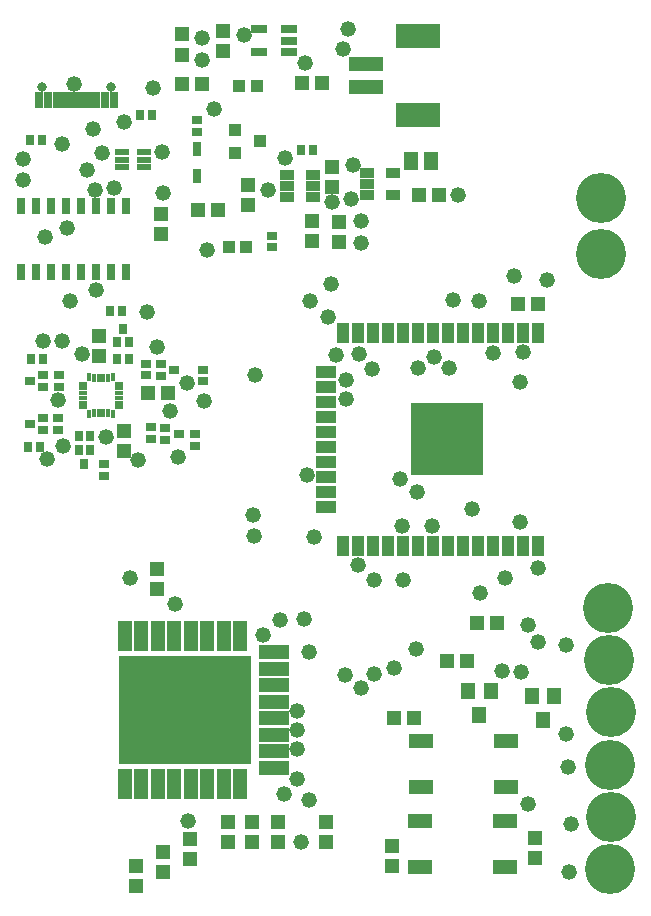
<source format=gbr>
G04 EAGLE Gerber RS-274X export*
G75*
%MOMM*%
%FSLAX34Y34*%
%LPD*%
%INSoldermask Top*%
%IPPOS*%
%AMOC8*
5,1,8,0,0,1.08239X$1,22.5*%
G01*
%ADD10R,1.219200X1.346200*%
%ADD11R,0.853200X0.663200*%
%ADD12R,1.103200X1.003200*%
%ADD13R,0.453200X0.698200*%
%ADD14R,0.453200X0.803200*%
%ADD15R,0.698200X0.453200*%
%ADD16R,0.803200X0.453200*%
%ADD17R,0.453000X0.104000*%
%ADD18R,0.104000X0.453000*%
%ADD19R,1.403200X0.753200*%
%ADD20R,1.103200X1.703200*%
%ADD21R,1.703200X1.103200*%
%ADD22R,6.203200X6.203200*%
%ADD23R,0.803200X1.403200*%
%ADD24R,0.903200X0.803200*%
%ADD25R,0.803200X0.903200*%
%ADD26R,0.663200X0.853200*%
%ADD27R,1.203200X1.303200*%
%ADD28R,1.303200X1.203200*%
%ADD29R,1.253200X0.603200*%
%ADD30R,2.103200X1.203200*%
%ADD31R,1.203200X1.553200*%
%ADD32R,1.263200X0.853200*%
%ADD33R,3.703194X2.003197*%
%ADD34R,2.903194X1.203197*%
%ADD35R,1.003200X1.003200*%
%ADD36R,2.653200X1.203200*%
%ADD37R,1.203200X2.653200*%
%ADD38R,11.203200X9.203200*%
%ADD39C,4.235200*%
%ADD40R,0.503200X1.343200*%
%ADD41R,0.703200X1.343200*%
%ADD42R,0.703200X1.353200*%
%ADD43C,0.803200*%
%ADD44R,0.703200X1.253200*%
%ADD45C,1.320800*%


D10*
X412360Y162430D03*
X402860Y182750D03*
X421860Y182750D03*
D11*
X42926Y439924D03*
X42926Y449924D03*
X31426Y444924D03*
D12*
X205646Y657454D03*
X205646Y638454D03*
X226646Y647954D03*
D10*
X466208Y158366D03*
X456708Y178686D03*
X475708Y178686D03*
D13*
X81870Y417207D03*
D14*
X85870Y417732D03*
X89870Y417732D03*
X93870Y417732D03*
X97870Y417732D03*
D13*
X101870Y417207D03*
D15*
X107395Y422732D03*
D16*
X106870Y426732D03*
X106870Y430732D03*
X106870Y434732D03*
X106870Y438732D03*
D15*
X107395Y442732D03*
D13*
X101870Y448257D03*
D14*
X97870Y447732D03*
X93870Y447732D03*
X89870Y447732D03*
X85870Y447732D03*
D13*
X81870Y448257D03*
D15*
X76345Y442732D03*
D16*
X76870Y438732D03*
X76870Y434732D03*
X76870Y430732D03*
X76870Y426732D03*
D15*
X76345Y422732D03*
D17*
X81875Y421222D03*
D18*
X103380Y422737D03*
D17*
X101865Y444242D03*
D18*
X80360Y442727D03*
X80360Y422737D03*
D17*
X101865Y421222D03*
D18*
X103380Y442727D03*
D17*
X81875Y444242D03*
D19*
X251507Y723798D03*
X251507Y733298D03*
X251507Y742798D03*
X225505Y742798D03*
X225505Y723798D03*
D20*
X462238Y485722D03*
X449538Y485722D03*
X436838Y485722D03*
X424138Y485722D03*
X411438Y485722D03*
X398738Y485722D03*
X386038Y485722D03*
X373338Y485722D03*
X360638Y485722D03*
X347938Y485722D03*
X335238Y485722D03*
X322538Y485722D03*
X309838Y485722D03*
X297138Y485722D03*
D21*
X282238Y452872D03*
X282238Y440172D03*
X282238Y427472D03*
X282238Y414772D03*
X282238Y402072D03*
X282238Y389372D03*
X282238Y376672D03*
X282238Y363972D03*
X282238Y351272D03*
X282238Y338572D03*
D20*
X297138Y305722D03*
X309838Y305722D03*
X322538Y305722D03*
X335238Y305722D03*
X347938Y305722D03*
X360638Y305722D03*
X373338Y305722D03*
X386038Y305722D03*
X398738Y305722D03*
X411438Y305722D03*
X424138Y305722D03*
X436838Y305722D03*
X449538Y305722D03*
X462238Y305722D03*
D22*
X385238Y395722D03*
D23*
X113246Y593098D03*
X100546Y593098D03*
X87846Y593098D03*
X75146Y593098D03*
X62446Y593098D03*
X49746Y593098D03*
X37046Y593098D03*
X24346Y593098D03*
X24346Y537098D03*
X37046Y537098D03*
X49746Y537098D03*
X62446Y537098D03*
X75146Y537098D03*
X87846Y537098D03*
X100546Y537098D03*
X113246Y537098D03*
D24*
X56564Y450178D03*
X56564Y440178D03*
D25*
X32768Y463720D03*
X42768Y463720D03*
D11*
X146402Y405474D03*
X146402Y395474D03*
X157902Y400474D03*
D24*
X134034Y395728D03*
X134034Y405728D03*
X171118Y399886D03*
X171118Y389886D03*
D26*
X82900Y386328D03*
X72900Y386328D03*
X77900Y374828D03*
D25*
X72900Y398188D03*
X82900Y398188D03*
D24*
X94410Y374994D03*
X94410Y364994D03*
D11*
X43180Y403856D03*
X43180Y413856D03*
X31680Y408856D03*
D24*
X55294Y413856D03*
X55294Y403856D03*
D25*
X30482Y389044D03*
X40482Y389044D03*
D11*
X142592Y459576D03*
X142592Y449576D03*
X154092Y454576D03*
D24*
X130224Y449830D03*
X130224Y459830D03*
X178484Y454750D03*
X178484Y444750D03*
D26*
X105666Y477866D03*
X115666Y477866D03*
X110666Y489366D03*
D25*
X115666Y463466D03*
X105666Y463466D03*
X109824Y504360D03*
X99824Y504360D03*
D27*
X410346Y240538D03*
X427346Y240538D03*
X384692Y208026D03*
X401692Y208026D03*
D28*
X195326Y741290D03*
X195326Y724290D03*
D24*
X173482Y666162D03*
X173482Y656162D03*
X236384Y558188D03*
X236384Y568188D03*
D27*
X340360Y159382D03*
X357360Y159382D03*
D28*
X338706Y51308D03*
X338706Y34308D03*
D27*
X142494Y569858D03*
X142494Y586858D03*
X160274Y721496D03*
X160274Y738496D03*
D28*
X279264Y696976D03*
X262264Y696976D03*
D29*
X109522Y639092D03*
X109522Y632592D03*
X109522Y626092D03*
X128522Y626092D03*
X128522Y632592D03*
X128522Y639092D03*
D27*
X459362Y41148D03*
X459362Y58148D03*
D30*
X433900Y33462D03*
X433900Y72462D03*
X361900Y72462D03*
X361900Y33462D03*
X362644Y140274D03*
X362644Y101274D03*
X434644Y101274D03*
X434644Y140274D03*
D31*
X354212Y630936D03*
X371212Y630936D03*
D32*
X339168Y602132D03*
X339168Y621132D03*
X317168Y621132D03*
X317168Y611632D03*
X317168Y602132D03*
D28*
X361324Y602488D03*
X378324Y602488D03*
X191126Y589534D03*
X174126Y589534D03*
D27*
X293116Y580000D03*
X293116Y563000D03*
X270764Y580762D03*
X270764Y563762D03*
D32*
X271350Y600862D03*
X271350Y619862D03*
X249350Y619862D03*
X249350Y610362D03*
X249350Y600862D03*
X271350Y610362D03*
D25*
X261446Y640842D03*
X271446Y640842D03*
D27*
X216662Y611242D03*
X216662Y594242D03*
X287782Y626228D03*
X287782Y609228D03*
X177410Y696468D03*
X160410Y696468D03*
D33*
X360578Y737080D03*
X360578Y670080D03*
D34*
X316078Y713580D03*
X316078Y693580D03*
D35*
X208908Y694690D03*
X223908Y694690D03*
X215018Y558292D03*
X200018Y558292D03*
D36*
X238030Y131542D03*
X238030Y117542D03*
X238030Y145542D03*
X238030Y159542D03*
X238030Y173542D03*
X238030Y187542D03*
X238030Y201542D03*
X238030Y215542D03*
D37*
X210030Y103542D03*
X196030Y103542D03*
X182030Y103542D03*
X168030Y103542D03*
X154030Y103542D03*
X140030Y103542D03*
X210030Y229542D03*
X196030Y229542D03*
X182030Y229542D03*
X168030Y229542D03*
X154030Y229542D03*
X126030Y229542D03*
X140030Y229542D03*
X126030Y103542D03*
X112030Y103542D03*
X112030Y229542D03*
D38*
X163030Y166542D03*
D27*
X282180Y71862D03*
X282180Y54862D03*
X241554Y71492D03*
X241554Y54492D03*
X219964Y72000D03*
X219964Y55000D03*
D28*
X144297Y46092D03*
X144297Y29092D03*
X121158Y34154D03*
X121158Y17154D03*
X166878Y57268D03*
X166878Y40268D03*
X139192Y285868D03*
X139192Y268868D03*
D39*
X521208Y252984D03*
X521970Y208788D03*
X523748Y165100D03*
X523240Y120142D03*
X523494Y75946D03*
X522986Y31750D03*
X515366Y552196D03*
X515366Y600202D03*
D40*
X68620Y683014D03*
X73620Y683014D03*
X63620Y683014D03*
X58620Y683014D03*
X53620Y683014D03*
X78620Y683014D03*
X83620Y683014D03*
X88620Y683014D03*
D41*
X95120Y683014D03*
D42*
X47120Y683014D03*
D41*
X39120Y683014D03*
X103120Y683014D03*
D43*
X42220Y693884D03*
X100020Y693884D03*
D25*
X135302Y670560D03*
X125302Y670560D03*
X31830Y649478D03*
X41830Y649478D03*
D44*
X173533Y618337D03*
X173533Y641097D03*
D27*
X199136Y71898D03*
X199136Y54898D03*
D28*
X444636Y510438D03*
X461636Y510438D03*
D27*
X111150Y402505D03*
X111150Y385505D03*
X90627Y465972D03*
X90627Y482972D03*
D28*
X131505Y434645D03*
X148505Y434645D03*
D45*
X58928Y478790D03*
X247142Y94964D03*
X116840Y278384D03*
X154432Y256540D03*
X177038Y735212D03*
X264414Y713994D03*
X300736Y742950D03*
X187706Y675386D03*
X394208Y602234D03*
X287528Y596256D03*
X181356Y555752D03*
X311912Y561848D03*
X144018Y604012D03*
X229108Y229616D03*
X462026Y287020D03*
X453136Y86614D03*
X296418Y726440D03*
X290830Y467360D03*
X26162Y632714D03*
X26162Y614934D03*
X135636Y693166D03*
X261315Y54661D03*
X469392Y530962D03*
X123139Y378562D03*
X164389Y443789D03*
X441682Y534006D03*
X449072Y469900D03*
X42672Y478536D03*
X45974Y378968D03*
X156718Y381000D03*
X178816Y428498D03*
X311912Y580644D03*
X340360Y201676D03*
X177546Y716534D03*
X212598Y737768D03*
X68834Y696334D03*
X62992Y574548D03*
X80010Y623316D03*
X58674Y645922D03*
X44704Y566928D03*
X143256Y638556D03*
X93156Y638240D03*
X130810Y503428D03*
X138938Y473710D03*
X76200Y467614D03*
X55880Y428752D03*
X59436Y389890D03*
X96012Y397764D03*
X150622Y419862D03*
X447040Y444500D03*
X485394Y221488D03*
X299498Y446278D03*
X102870Y608330D03*
X299498Y430022D03*
X86614Y606552D03*
X88039Y522323D03*
X263652Y243332D03*
X461518Y223774D03*
X447548Y198628D03*
X65532Y513080D03*
X243840Y242570D03*
X311912Y185166D03*
X373696Y465774D03*
X322710Y197358D03*
X359918Y456438D03*
X298196Y196342D03*
X321594Y454946D03*
X220472Y331470D03*
X221996Y450088D03*
X389890Y513842D03*
X269240Y513080D03*
X309880Y289052D03*
X359664Y351282D03*
X322834Y276860D03*
X372322Y321978D03*
X347472Y276860D03*
X346922Y321978D03*
X265938Y365506D03*
X310134Y467868D03*
X165862Y72390D03*
X345440Y362204D03*
X221234Y313944D03*
X386842Y455930D03*
X268224Y90424D03*
X267716Y215646D03*
X358394Y218186D03*
X272542Y313182D03*
X305308Y627888D03*
X247618Y633984D03*
X303784Y598932D03*
X233172Y606806D03*
X406400Y337058D03*
X413004Y265684D03*
X446786Y325628D03*
X434086Y278130D03*
X283718Y499110D03*
X424180Y469138D03*
X411734Y512826D03*
X286766Y527050D03*
X453071Y238063D03*
X431292Y199898D03*
X257588Y165608D03*
X485394Y146558D03*
X257588Y149352D03*
X487680Y118110D03*
X257588Y133096D03*
X489966Y70104D03*
X257588Y107696D03*
X487934Y29718D03*
X85009Y658287D03*
X111760Y664210D03*
M02*

</source>
